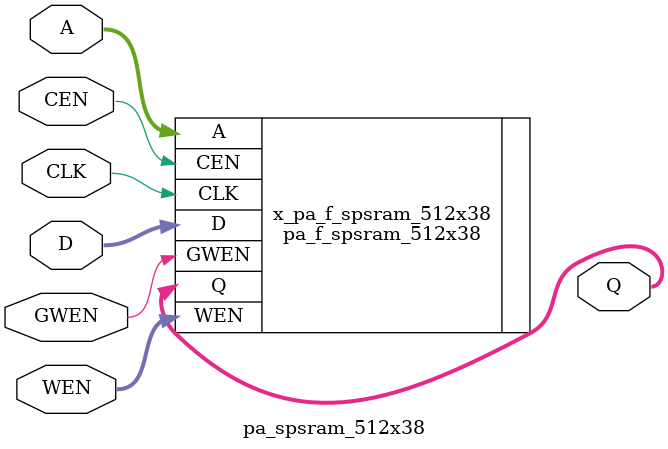
<source format=v>
/*Copyright 2020-2021 T-Head Semiconductor Co., Ltd.

Licensed under the Apache License, Version 2.0 (the "License");
you may not use this file except in compliance with the License.
You may obtain a copy of the License at

    http://www.apache.org/licenses/LICENSE-2.0

Unless required by applicable law or agreed to in writing, software
distributed under the License is distributed on an "AS IS" BASIS,
WITHOUT WARRANTIES OR CONDITIONS OF ANY KIND, either express or implied.
See the License for the specific language governing permissions and
limitations under the License.
*/

// &ModuleBeg; @22
module pa_spsram_512x38(
  A,
  CEN,
  CLK,
  D,
  GWEN,
  Q,
  WEN
);

// &Ports; @23
input   [8 :0]  A;   
input           CEN; 
input           CLK; 
input   [37:0]  D;   
input           GWEN; 
input   [37:0]  WEN; 
output  [37:0]  Q;   

// &Regs; @24

// &Wires; @25
wire    [8 :0]  A;   
wire            CEN; 
wire            CLK; 
wire    [37:0]  D;   
wire            GWEN; 
wire    [37:0]  Q;   
wire    [37:0]  WEN; 


//**********************************************************
//                  Parameter Definition
//**********************************************************
parameter ADDR_WIDTH = 9;
parameter DATA_WIDTH = 38;
parameter WE_WIDTH   = 38;

// &Force("bus","Q",DATA_WIDTH-1,0); @34
// &Force("bus","WEN",WE_WIDTH-1,0); @35
// &Force("bus","A",ADDR_WIDTH-1,0); @36
// &Force("bus","D",DATA_WIDTH-1,0); @37

//  //********************************************************
//  //*                        FPGA memory                   *
//  //********************************************************
//   &Instance("pa_f_spsram_512x38"); @43
pa_f_spsram_512x38  x_pa_f_spsram_512x38 (
  .A    (A   ),
  .CEN  (CEN ),
  .CLK  (CLK ),
  .D    (D   ),
  .GWEN (GWEN),
  .Q    (Q   ),
  .WEN  (WEN )
);

//   &Instance("pa_tsmc_spsram_512x38"); @49
//   &Instance("pa_umc_spsram_512x38"); @61

// &ModuleEnd; @65
endmodule



</source>
